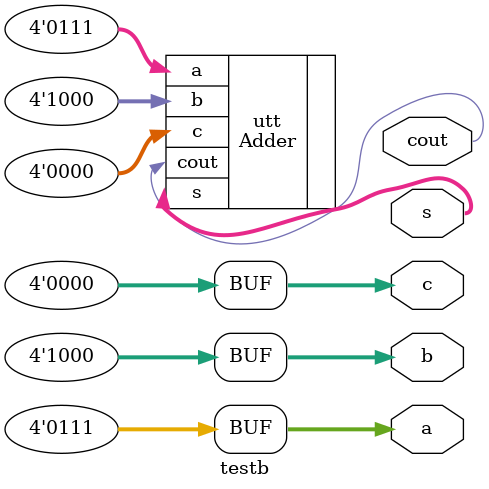
<source format=v>
module testb(a,b,c,s,cout);
	output reg [3:0]a; 
	output reg [3:0]b; 
	output reg [3:0]c; 
	output wire [3:0]s; 
	output wire cout; 
	Adder utt(.a(a),.b(b),.c(c),.s(s),.cout(cout));
	initial
	begin
	a<=7;
	b<=8;
	c<=0;
	end
endmodule
</source>
